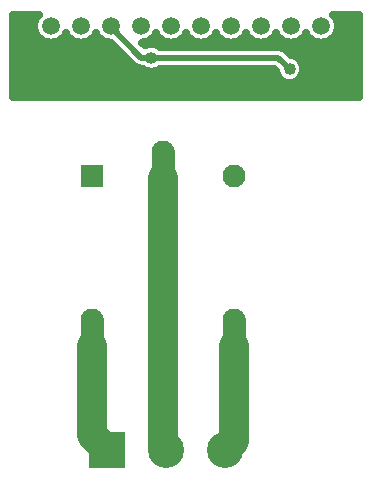
<source format=gbr>
G04 DipTrace 4.0.0.2*
G04 2 - Bottom.gbr*
%MOIN*%
G04 #@! TF.FileFunction,Copper,L2,Bot*
G04 #@! TF.Part,Single*
G04 #@! TA.AperFunction,CopperBalancing*
%ADD15C,0.025*%
G04 #@! TA.AperFunction,Conductor*
%ADD16C,0.02*%
%ADD18C,0.076772*%
%ADD19C,0.1*%
G04 #@! TA.AperFunction,ComponentPad*
%ADD23C,0.076772*%
%ADD24R,0.076772X0.076772*%
%ADD27R,0.059055X0.059055*%
%ADD28C,0.059055*%
%ADD30R,0.12X0.12*%
%ADD31C,0.12*%
G04 #@! TA.AperFunction,ViaPad*
%ADD32C,0.04*%
%FSLAX26Y26*%
G04*
G70*
G90*
G75*
G01*
G04 Bottom*
%LPD*%
X553740Y1154528D2*
D18*
Y1066142D1*
D19*
Y171850D1*
X563091Y162500D1*
X789961Y595472D2*
D18*
Y507087D1*
D19*
Y192520D1*
X759941Y162500D1*
X379916Y1574803D2*
D16*
Y1570085D1*
X481251Y1468751D1*
X514026D1*
X937499D1*
X975000Y1431249D1*
X317520Y595472D2*
D18*
Y507087D1*
D19*
Y211220D1*
X366240Y162500D1*
D32*
X514026Y1468751D3*
X975000Y1431249D3*
X275000Y1468751D3*
X237500Y1431249D3*
X54388Y1587631D2*
D15*
X122879D1*
X1136942D2*
X1205469D1*
X54388Y1562762D2*
X122699D1*
X1137122D2*
X1205469D1*
X54388Y1537894D2*
X135259D1*
X1124562D2*
X1205469D1*
X54388Y1513025D2*
X382860D1*
X530715D2*
X1205469D1*
X54388Y1488156D2*
X407727D1*
X972198D2*
X1205469D1*
X54388Y1463287D2*
X432596D1*
X1011203D2*
X1205469D1*
X54388Y1438419D2*
X458467D1*
X1023441D2*
X1205469D1*
X54388Y1413550D2*
X929520D1*
X1020497D2*
X1205469D1*
X54388Y1388681D2*
X953814D1*
X996205D2*
X1205469D1*
X54388Y1363812D2*
X1205469D1*
X54388Y1338944D2*
X1205469D1*
X229909Y1549542D2*
X225238Y1541875D1*
X219528Y1535192D1*
X212844Y1529482D1*
X205348Y1524890D1*
X197227Y1521525D1*
X188680Y1519474D1*
X179916Y1518783D1*
X171152Y1519474D1*
X162605Y1521525D1*
X154484Y1524890D1*
X146988Y1529482D1*
X140304Y1535192D1*
X134594Y1541875D1*
X130003Y1549371D1*
X126638Y1557492D1*
X124587Y1566039D1*
X123896Y1574803D1*
X124587Y1583567D1*
X126638Y1592114D1*
X130003Y1600235D1*
X134594Y1607731D1*
X138543Y1612509D1*
X51861Y1612500D1*
X51870Y1337535D1*
X1207982Y1337500D1*
X1207972Y1612465D1*
X1121353Y1612500D1*
X1125228Y1607731D1*
X1129820Y1600235D1*
X1133185Y1592114D1*
X1135236Y1583567D1*
X1135927Y1574803D1*
X1135236Y1566039D1*
X1133185Y1557492D1*
X1129820Y1549371D1*
X1125228Y1541875D1*
X1119518Y1535192D1*
X1112835Y1529482D1*
X1105339Y1524890D1*
X1097218Y1521525D1*
X1088671Y1519474D1*
X1079907Y1518783D1*
X1071143Y1519474D1*
X1062596Y1521525D1*
X1054475Y1524890D1*
X1046979Y1529482D1*
X1040295Y1535192D1*
X1034585Y1541875D1*
X1029913Y1549542D1*
X1025228Y1541875D1*
X1019518Y1535192D1*
X1012835Y1529482D1*
X1005339Y1524890D1*
X997218Y1521525D1*
X988671Y1519474D1*
X979907Y1518783D1*
X971143Y1519474D1*
X962596Y1521525D1*
X954475Y1524890D1*
X946979Y1529482D1*
X940295Y1535192D1*
X934585Y1541875D1*
X929913Y1549542D1*
X925228Y1541875D1*
X919518Y1535192D1*
X912835Y1529482D1*
X905339Y1524890D1*
X897218Y1521525D1*
X888671Y1519474D1*
X879907Y1518783D1*
X871143Y1519474D1*
X862596Y1521525D1*
X854475Y1524890D1*
X846979Y1529482D1*
X840295Y1535192D1*
X834585Y1541875D1*
X829913Y1549542D1*
X825238Y1541875D1*
X819528Y1535192D1*
X812844Y1529482D1*
X805348Y1524890D1*
X797227Y1521525D1*
X788680Y1519474D1*
X779916Y1518783D1*
X771152Y1519474D1*
X762605Y1521525D1*
X754484Y1524890D1*
X746988Y1529482D1*
X740304Y1535192D1*
X734594Y1541875D1*
X729923Y1549542D1*
X725238Y1541875D1*
X719528Y1535192D1*
X712844Y1529482D1*
X705348Y1524890D1*
X697227Y1521525D1*
X688680Y1519474D1*
X679916Y1518783D1*
X671152Y1519474D1*
X662605Y1521525D1*
X654484Y1524890D1*
X646988Y1529482D1*
X640304Y1535192D1*
X634594Y1541875D1*
X629923Y1549542D1*
X625238Y1541875D1*
X619528Y1535192D1*
X612844Y1529482D1*
X605348Y1524890D1*
X597227Y1521525D1*
X588680Y1519474D1*
X579916Y1518783D1*
X571152Y1519474D1*
X562605Y1521525D1*
X554484Y1524890D1*
X546988Y1529482D1*
X540304Y1535192D1*
X534594Y1541875D1*
X529923Y1549542D1*
X525238Y1541875D1*
X519528Y1535192D1*
X512844Y1529482D1*
X505348Y1524890D1*
X497227Y1521525D1*
X488680Y1519474D1*
X482714Y1518894D1*
X491955Y1509652D1*
X496234Y1511703D1*
X503172Y1513958D1*
X510378Y1515098D1*
X517673D1*
X524879Y1513958D1*
X531818Y1511703D1*
X538318Y1508391D1*
X542776Y1505241D1*
X940364Y1505130D1*
X946018Y1504234D1*
X951465Y1502465D1*
X956567Y1499865D1*
X961199Y1496499D1*
X980440Y1477419D1*
X985853Y1476458D1*
X992791Y1474203D1*
X999293Y1470891D1*
X1005194Y1466602D1*
X1010353Y1461444D1*
X1014640Y1455542D1*
X1017953Y1449042D1*
X1020207Y1442104D1*
X1021349Y1434898D1*
Y1427602D1*
X1020207Y1420396D1*
X1017953Y1413458D1*
X1014640Y1406958D1*
X1010353Y1401056D1*
X1005194Y1395898D1*
X999293Y1391609D1*
X992791Y1388297D1*
X985853Y1386042D1*
X978648Y1384902D1*
X971352D1*
X964147Y1386042D1*
X957209Y1388297D1*
X950707Y1391609D1*
X944806Y1395898D1*
X939647Y1401056D1*
X935360Y1406958D1*
X932047Y1413458D1*
X929793Y1420396D1*
X928867Y1425776D1*
X922367Y1432274D1*
X542862Y1432257D1*
X538318Y1429109D1*
X531818Y1425797D1*
X524879Y1423542D1*
X517673Y1422402D1*
X510378D1*
X503172Y1423542D1*
X496234Y1425797D1*
X489734Y1429109D1*
X485276Y1432259D1*
X478387Y1432370D1*
X472731Y1433266D1*
X467285Y1435035D1*
X462182Y1437635D1*
X457550Y1441001D1*
X423130Y1475262D1*
X379614Y1518778D1*
X371152Y1519474D1*
X362605Y1521525D1*
X354484Y1524890D1*
X346988Y1529482D1*
X340304Y1535192D1*
X334594Y1541875D1*
X329923Y1549542D1*
X325238Y1541875D1*
X319528Y1535192D1*
X312844Y1529482D1*
X305348Y1524890D1*
X297227Y1521525D1*
X288680Y1519474D1*
X279916Y1518783D1*
X271152Y1519474D1*
X262605Y1521525D1*
X254484Y1524890D1*
X246988Y1529482D1*
X240304Y1535192D1*
X234594Y1541875D1*
X229923Y1549542D1*
D23*
X553740Y1154528D3*
D24*
X317520Y1075787D3*
D23*
X789961D3*
X317520Y595472D3*
X789961D3*
D27*
X79916Y1574803D3*
D28*
X179916D3*
X279916D3*
X379916D3*
X479916D3*
X579916D3*
X679916D3*
X779916D3*
X879907D3*
X979907D3*
X1079907D3*
X1179907D3*
D30*
X366240Y162500D3*
D31*
X563091D3*
X759941D3*
M02*

</source>
